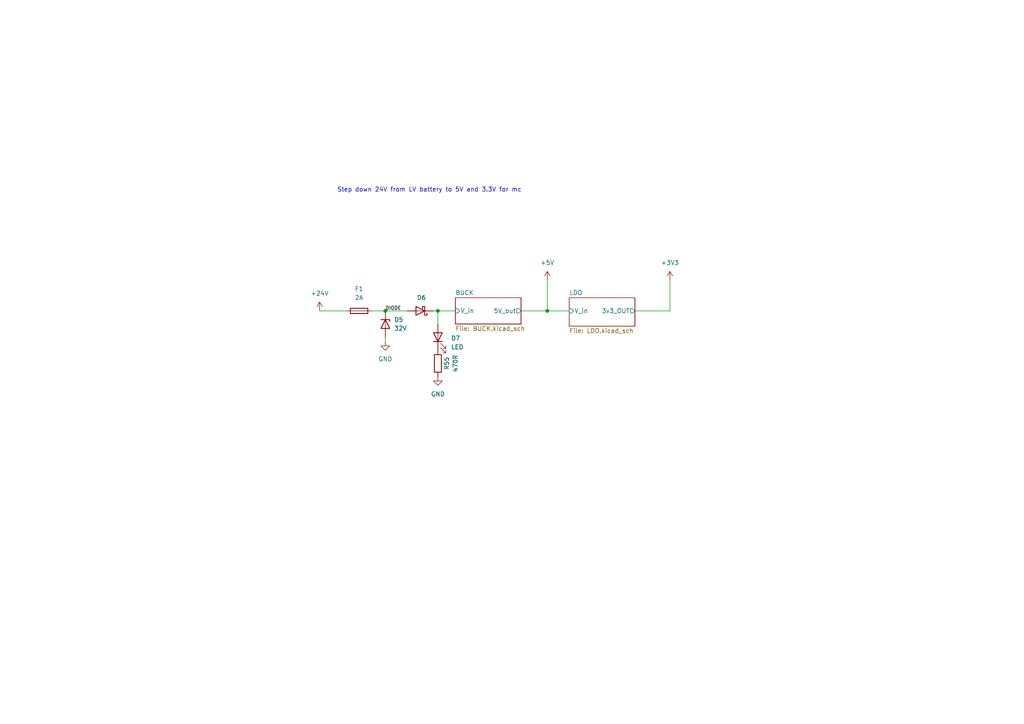
<source format=kicad_sch>
(kicad_sch (version 20211123) (generator eeschema)
  (paper "A4")
  (lib_symbols
    (symbol "Device:D_Schottky" (pin_numbers hide) (pin_names (offset 1.016) hide)
      (property "Reference" "D" (at 0 2.54 0))
      (property "Value" "D_Schottky" (at 0 -2.54 0))
      (symbol "D_Schottky_0_1"
        (polyline (pts (xy 1.27 0) (xy -1.27 0)))
        (polyline (pts (xy 1.27 1.27) (xy 1.27 -1.27) (xy -1.27 0) (xy 1.27 1.27)) (stroke (width 0.254)))
        (polyline (pts (xy -1.905 0.635) (xy -1.905 1.27) (xy -1.27 1.27) (xy -1.27 -1.27) (xy -0.635 -1.27) (xy -0.635 -0.635)) (stroke (width 0.254)))
      )
      (symbol "D_Schottky_1_1"
        (pin passive line (at -3.81 0 0) (length 2.54) (name "K") (number "1"))
        (pin passive line (at 3.81 0 180) (length 2.54) (name "A") (number "2"))
      )
    )
    (symbol "Device:D_Zener" (pin_numbers hide) (pin_names (offset 1.016) hide)
      (property "Reference" "D" (at 0 2.54 0))
      (property "Value" "D_Zener" (at 0 -2.54 0))
      (symbol "D_Zener_0_1"
        (polyline (pts (xy 1.27 0) (xy -1.27 0)))
        (polyline (pts (xy -1.27 -1.27) (xy -1.27 1.27) (xy -0.762 1.27)) (stroke (width 0.254)))
        (polyline (pts (xy 1.27 -1.27) (xy 1.27 1.27) (xy -1.27 0) (xy 1.27 -1.27)) (stroke (width 0.254)))
      )
      (symbol "D_Zener_1_1"
        (pin passive line (at -3.81 0 0) (length 2.54) (name "K") (number "1"))
        (pin passive line (at 3.81 0 180) (length 2.54) (name "A") (number "2"))
      )
    )
    (symbol "Device:Fuse" (pin_numbers hide) (pin_names (offset 0))
      (property "Reference" "F" (at 2.032 0 90))
      (property "Value" "Fuse" (at -1.905 0 90))
      (symbol "Fuse_0_1"
        (rectangle (start -0.762 -2.54) (end 0.762 2.54) (stroke (width 0.254)))
        (polyline (pts (xy 0 2.54) (xy 0 -2.54)))
      )
      (symbol "Fuse_1_1"
        (pin passive line (at 0 3.81 270) (length 1.27) (name "~") (number "1"))
        (pin passive line (at 0 -3.81 90) (length 1.27) (name "~") (number "2"))
      )
    )
    (symbol "Device:LED" (pin_numbers hide) (pin_names (offset 1.016) hide)
      (property "Reference" "D" (at 0 2.54 0))
      (property "Value" "LED" (at 0 -2.54 0))
      (symbol "LED_0_1"
        (polyline (pts (xy -1.27 -1.27) (xy -1.27 1.27)) (stroke (width 0.254)))
        (polyline (pts (xy -1.27 0) (xy 1.27 0)))
        (polyline (pts (xy 1.27 -1.27) (xy 1.27 1.27) (xy -1.27 0) (xy 1.27 -1.27)) (stroke (width 0.254)))
        (polyline (pts (xy -3.048 -0.762) (xy -4.572 -2.286) (xy -3.81 -2.286) (xy -4.572 -2.286) (xy -4.572 -1.524)))
        (polyline (pts (xy -1.778 -0.762) (xy -3.302 -2.286) (xy -2.54 -2.286) (xy -3.302 -2.286) (xy -3.302 -1.524)))
      )
      (symbol "LED_1_1"
        (pin passive line (at -3.81 0 0) (length 2.54) (name "K") (number "1"))
        (pin passive line (at 3.81 0 180) (length 2.54) (name "A") (number "2"))
      )
    )
    (symbol "Device:R" (pin_numbers hide) (pin_names (offset 0))
      (property "Reference" "R" (at 2.032 0 90))
      (property "Value" "R" (at 0 0 90))
      (symbol "R_0_1"
        (rectangle (start -1.016 -2.54) (end 1.016 2.54) (stroke (width 0.254)))
      )
      (symbol "R_1_1"
        (pin passive line (at 0 3.81 270) (length 1.27) (name "~") (number "1"))
        (pin passive line (at 0 -3.81 90) (length 1.27) (name "~") (number "2"))
      )
    )
    (symbol "power:+24V" (power) (pin_names (offset 0))
      (property "Value" "+24V" (at 0 3.556 0))
      (symbol "+24V_0_1"
        (polyline (pts (xy -0.762 1.27) (xy 0 2.54)))
        (polyline (pts (xy 0 0) (xy 0 2.54)))
        (polyline (pts (xy 0 2.54) (xy 0.762 1.27)))
      )
      (symbol "+24V_1_1"
        (pin power_in line (at 0 0 90) (length 0) hide (name "+24V") (number "1"))
      )
    )
    (symbol "power:+3V3" (power) (pin_names (offset 0))
      (property "Value" "+3V3" (at 0 3.556 0))
      (symbol "+3V3_0_1"
        (polyline (pts (xy -0.762 1.27) (xy 0 2.54)))
        (polyline (pts (xy 0 0) (xy 0 2.54)))
        (polyline (pts (xy 0 2.54) (xy 0.762 1.27)))
      )
      (symbol "+3V3_1_1"
        (pin power_in line (at 0 0 90) (length 0) hide (name "+3V3") (number "1"))
      )
    )
    (symbol "power:+5V" (power) (pin_names (offset 0))
      (property "Value" "+5V" (at 0 3.556 0))
      (symbol "+5V_0_1"
        (polyline (pts (xy -0.762 1.27) (xy 0 2.54)))
        (polyline (pts (xy 0 0) (xy 0 2.54)))
        (polyline (pts (xy 0 2.54) (xy 0.762 1.27)))
      )
      (symbol "+5V_1_1"
        (pin power_in line (at 0 0 90) (length 0) hide (name "+5V") (number "1"))
      )
    )
    (symbol "power:GND" (power) (pin_names (offset 0))
      (property "Value" "GND" (at 0 -3.81 0))
      (symbol "GND_0_1"
        (polyline (pts (xy 0 0) (xy 0 -1.27) (xy 1.27 -1.27) (xy 0 -2.54) (xy -1.27 -1.27) (xy 0 -1.27)))
      )
      (symbol "GND_1_1"
        (pin power_in line (at 0 0 270) (length 0) hide (name "GND") (number "1"))
      )
    )
  )
  (junction (at 158.75 90.17))
  (junction (at 127 90.17))
  (junction (at 111.76 90.17))
  (wire (pts (xy 125.73 90.17) (xy 127 90.17)))
  (wire (pts (xy 151.13 90.17) (xy 158.75 90.17)))
  (wire (pts (xy 158.75 81.28) (xy 158.75 90.17)))
  (wire (pts (xy 92.71 90.17) (xy 100.33 90.17)))
  (wire (pts (xy 158.75 90.17) (xy 165.1 90.17)))
  (wire (pts (xy 194.31 81.28) (xy 194.31 90.17)))
  (wire (pts (xy 111.76 90.17) (xy 118.11 90.17)))
  (wire (pts (xy 127 93.98) (xy 127 90.17)))
  (wire (pts (xy 194.31 90.17) (xy 184.15 90.17)))
  (wire (pts (xy 107.95 90.17) (xy 111.76 90.17)))
  (wire (pts (xy 127 90.17) (xy 132.08 90.17)))
  (wire (pts (xy 111.76 99.06) (xy 111.76 97.79)))
  (text "Step down 24V from LV battery to 5V and 3.3V for mc" (at 97.79 55.88 0) (effects (font (size 1.27 1.27)) (justify left bottom)))
  (label "DIODE" (at 111.76 90.17 0) (effects (font (size 1 1))))
  (symbol (lib_id "Device:D_Schottky") (at 121.92 90.17 180) (unit 1)
    (property "Reference" "D6" (at 122.2375 86.36 0))
    (property "Value" "0.7dV" (effects hide))
    (property "Footprint" "Diode_SMD:D_SMA" (effects hide))
    (property "Datasheet" "C14996" (effects hide))
  )
  (symbol (lib_id "power:+3V3") (at 194.31 81.28 0) (unit 1)
    (property "Reference" "#PWR0158" (effects hide))
    (property "Value" "+3V3" (at 194.31 76.2 0))
  )
  (symbol (lib_id "power:+5V") (at 158.75 81.28 0) (unit 1)
    (property "Reference" "#PWR0157" (effects hide))
    (property "Value" "+5V" (at 158.75 76.2 0))
  )
  (symbol (lib_id "power:GND") (at 111.76 99.06 0) (unit 1)
    (property "Reference" "#PWR0155" (effects hide))
    (property "Value" "GND" (at 111.76 104.14 0))
  )
  (symbol (lib_id "power:+24V") (at 92.71 90.17 0) (unit 1)
    (property "Reference" "#PWR0154" (effects hide))
    (property "Value" "+24V" (at 92.71 85.09 0))
  )
  (symbol (lib_id "Device:D_Zener") (at 111.76 93.98 270) (unit 1)
    (property "Reference" "D5" (at 114.3 92.7099 90) (effects (justify left)))
    (property "Value" "32V" (at 114.3 95.2499 90) (effects (justify left)))
    (property "Footprint" "Diode_SMD:D_SOD-323" (effects hide))
    (property "Datasheet" "C382868" (effects hide))
  )
  (symbol (lib_id "Device:Fuse") (at 104.14 90.17 270) (unit 1)
    (property "Reference" "F1" (at 104.14 83.82 90))
    (property "Value" "2A" (at 104.14 86.36 90))
    (property "Footprint" "Fuse:Fuse_1206_3216Metric_Pad1.42x1.75mm_HandSolder" (effects hide))
    (property "Datasheet" "C182445" (effects hide))
  )
  (symbol (lib_id "Device:LED") (at 127 97.79 90) (unit 1)
    (property "Reference" "D7" (at 130.81 98.1074 90) (effects (justify right)))
    (property "Value" "LED" (at 130.81 100.6474 90) (effects (justify right)))
    (property "Footprint" "LED_SMD:LED_0603_1608Metric_Pad1.05x0.95mm_HandSolder" (effects hide))
    (property "Datasheet" "C138546" (effects hide))
  )
  (symbol (lib_id "Device:R") (at 127 105.41 180) (unit 1)
    (property "Reference" "R55" (at 129.54 105.41 90))
    (property "Value" "470R" (at 132.08 105.41 90))
    (property "Footprint" "Resistor_SMD:R_0603_1608Metric_Pad0.98x0.95mm_HandSolder" (effects hide))
  )
  (symbol (lib_id "power:GND") (at 127 109.22 0) (unit 1)
    (property "Reference" "#PWR0156" (effects hide))
    (property "Value" "GND" (at 127 114.3 0))
  )
  (sheet (at 132.08 86.36) (size 19.05 7.62) (stroke (width 0.1524))
    (property "Sheet name" "BUCK" (at 132.08 85.6484 0) (effects (justify left bottom)))
    (property "Sheet file" "BUCK.kicad_sch" (at 132.08 94.5646 0) (effects (justify left top)))
    (pin "V_in" input (at 132.08 90.17 180))
    (pin "5V_out" output (at 151.13 90.17 0))
  )
  (sheet (at 165.1 86.36) (size 19.05 8.255) (stroke (width 0.1524))
    (property "Sheet name" "LDO" (at 165.1 85.6484 0) (effects (justify left bottom)))
    (property "Sheet file" "LDO.kicad_sch" (at 165.1 95.1996 0) (effects (justify left top)))
    (pin "V_in" input (at 165.1 90.17 180))
    (pin "3v3_OUT" output (at 184.15 90.17 0))
  )
)
</source>
